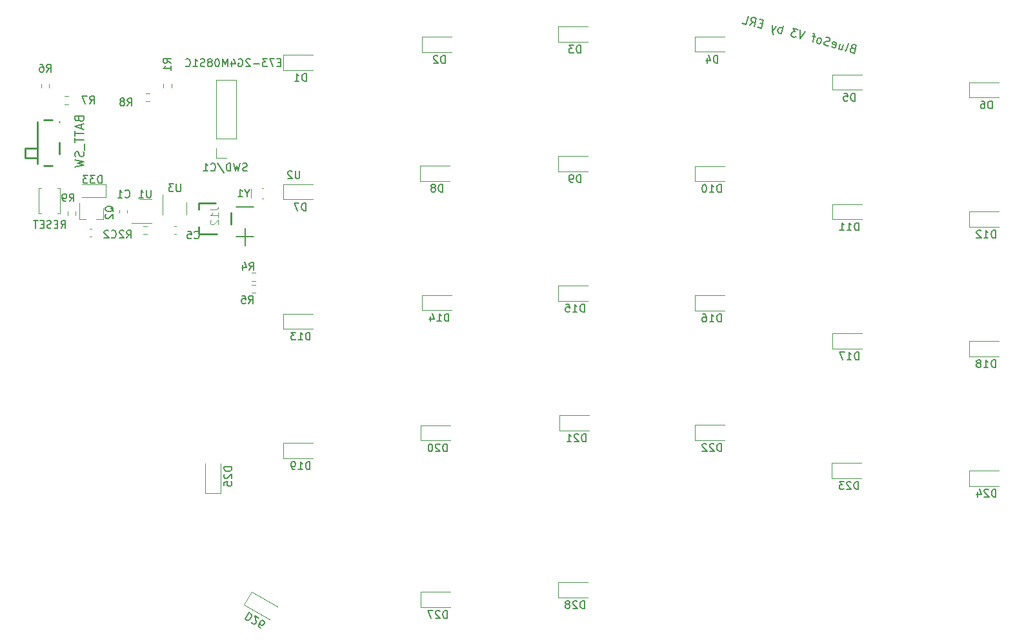
<source format=gbo>
G04 #@! TF.GenerationSoftware,KiCad,Pcbnew,(5.99.0-8557-g8988e46ab1)*
G04 #@! TF.CreationDate,2021-02-20T09:24:53-07:00*
G04 #@! TF.ProjectId,BlueSof,426c7565-536f-4662-9e6b-696361645f70,rev?*
G04 #@! TF.SameCoordinates,PX85099e0PY51bada0*
G04 #@! TF.FileFunction,Legend,Bot*
G04 #@! TF.FilePolarity,Positive*
%FSLAX46Y46*%
G04 Gerber Fmt 4.6, Leading zero omitted, Abs format (unit mm)*
G04 Created by KiCad (PCBNEW (5.99.0-8557-g8988e46ab1)) date 2021-02-20 09:24:53*
%MOMM*%
%LPD*%
G01*
G04 APERTURE LIST*
%ADD10C,0.200000*%
%ADD11C,0.150000*%
%ADD12C,0.015000*%
%ADD13C,0.152000*%
%ADD14C,0.120000*%
%ADD15C,0.254000*%
G04 APERTURE END LIST*
D10*
X54452003Y38218560D02*
X54286657Y38208635D01*
X54222504Y38171596D01*
X54144794Y38083961D01*
X54104122Y37932173D01*
X54127604Y37817424D01*
X54164643Y37753270D01*
X54252278Y37675560D01*
X54657047Y37567102D01*
X54941748Y38629621D01*
X54587575Y38724521D01*
X54472825Y38701039D01*
X54408672Y38664000D01*
X54330962Y38576365D01*
X54303847Y38475173D01*
X54327329Y38360424D01*
X54364368Y38296270D01*
X54452003Y38218560D01*
X54806176Y38123660D01*
X53442740Y37892475D02*
X53557489Y37915957D01*
X53635200Y38003592D01*
X53879229Y38914322D01*
X52772407Y38831293D02*
X52582606Y38122947D01*
X53227772Y38709278D02*
X53078643Y38152721D01*
X53000932Y38065086D01*
X52886183Y38041604D01*
X52734394Y38082275D01*
X52646759Y38159986D01*
X52609720Y38224139D01*
X51685433Y38417573D02*
X51773068Y38339862D01*
X51975453Y38285633D01*
X52090202Y38309115D01*
X52167913Y38396750D01*
X52276370Y38801519D01*
X52252888Y38916268D01*
X52165253Y38993979D01*
X51962869Y39048208D01*
X51848119Y39024726D01*
X51770409Y38937091D01*
X51743295Y38835899D01*
X52222141Y38599135D01*
X51230068Y38539587D02*
X51064723Y38529663D01*
X50811742Y38597449D01*
X50724107Y38675159D01*
X50687068Y38739312D01*
X50663586Y38854062D01*
X50690701Y38955254D01*
X50768411Y39042889D01*
X50832564Y39079928D01*
X50947314Y39103410D01*
X51163256Y39099777D01*
X51278005Y39123259D01*
X51342158Y39160298D01*
X51419869Y39247933D01*
X51446983Y39349125D01*
X51423501Y39463874D01*
X51386462Y39528028D01*
X51298827Y39605738D01*
X51045847Y39673524D01*
X50880501Y39663600D01*
X50002204Y38814364D02*
X50116954Y38837845D01*
X50181107Y38874884D01*
X50258817Y38962519D01*
X50340161Y39266096D01*
X50316679Y39380845D01*
X50279640Y39444999D01*
X50192005Y39522709D01*
X50040216Y39563381D01*
X49925467Y39539899D01*
X49861314Y39502860D01*
X49783603Y39415225D01*
X49702260Y39111648D01*
X49725742Y38996899D01*
X49762781Y38932746D01*
X49850416Y38855035D01*
X50002204Y38814364D01*
X49534255Y39698953D02*
X49129486Y39807410D01*
X49192666Y39031279D02*
X49436696Y39942009D01*
X49413214Y40056758D01*
X49325579Y40134469D01*
X49224387Y40161583D01*
X48212464Y40432727D02*
X47573591Y39465109D01*
X47504119Y40622527D01*
X47251138Y40690313D02*
X46593389Y40866557D01*
X46839104Y40366888D01*
X46687316Y40407559D01*
X46572566Y40384077D01*
X46508413Y40347038D01*
X46430702Y40259403D01*
X46362917Y40006423D01*
X46386398Y39891673D01*
X46423437Y39827520D01*
X46511072Y39749810D01*
X46814649Y39668466D01*
X46929398Y39691948D01*
X46993552Y39728987D01*
X45043785Y40142968D02*
X45328486Y41205486D01*
X45220028Y40800718D02*
X45132393Y40878428D01*
X44930009Y40932657D01*
X44815259Y40909175D01*
X44751106Y40872136D01*
X44673396Y40784501D01*
X44592053Y40480924D01*
X44615534Y40366175D01*
X44652573Y40302022D01*
X44740208Y40224311D01*
X44942593Y40170082D01*
X45057342Y40193564D01*
X44373452Y41081786D02*
X43930670Y40441226D01*
X43867490Y41217358D02*
X43930670Y40441226D01*
X43964077Y40161131D01*
X44001116Y40096978D01*
X44088751Y40019267D01*
X42612512Y41390942D02*
X42258339Y41485842D01*
X41957422Y40969957D02*
X42463383Y40834385D01*
X42748084Y41896903D01*
X42242123Y42032475D01*
X40894904Y41254657D02*
X41384648Y41665718D01*
X41502057Y41091971D02*
X41786758Y42154490D01*
X41381989Y42262947D01*
X41267240Y42239465D01*
X41203086Y42202426D01*
X41125376Y42114791D01*
X41084704Y41963003D01*
X41108186Y41848254D01*
X41145225Y41784100D01*
X41232860Y41706390D01*
X41637629Y41597932D01*
X39933577Y41512244D02*
X40439538Y41376672D01*
X40724239Y42439191D01*
D11*
X-25285715Y14592858D02*
X-25285715Y12307143D01*
X-24142858Y13450000D02*
X-26428572Y13450000D01*
X-26442858Y17364286D02*
X-24157143Y17364286D01*
X938095Y36247620D02*
X938095Y37247620D01*
X700000Y37247620D01*
X557142Y37200000D01*
X461904Y37104762D01*
X414285Y37009524D01*
X366666Y36819048D01*
X366666Y36676191D01*
X414285Y36485715D01*
X461904Y36390477D01*
X557142Y36295239D01*
X700000Y36247620D01*
X938095Y36247620D01*
X-14286Y37152381D02*
X-61905Y37200000D01*
X-157143Y37247620D01*
X-395239Y37247620D01*
X-490477Y37200000D01*
X-538096Y37152381D01*
X-585715Y37057143D01*
X-585715Y36961905D01*
X-538096Y36819048D01*
X33333Y36247620D01*
X-585715Y36247620D01*
X18738095Y37597620D02*
X18738095Y38597620D01*
X18500000Y38597620D01*
X18357142Y38550000D01*
X18261904Y38454762D01*
X18214285Y38359524D01*
X18166666Y38169048D01*
X18166666Y38026191D01*
X18214285Y37835715D01*
X18261904Y37740477D01*
X18357142Y37645239D01*
X18500000Y37597620D01*
X18738095Y37597620D01*
X17833333Y38597620D02*
X17214285Y38597620D01*
X17547619Y38216667D01*
X17404761Y38216667D01*
X17309523Y38169048D01*
X17261904Y38121429D01*
X17214285Y38026191D01*
X17214285Y37788096D01*
X17261904Y37692858D01*
X17309523Y37645239D01*
X17404761Y37597620D01*
X17690476Y37597620D01*
X17785714Y37645239D01*
X17833333Y37692858D01*
X36738095Y36297620D02*
X36738095Y37297620D01*
X36500000Y37297620D01*
X36357142Y37250000D01*
X36261904Y37154762D01*
X36214285Y37059524D01*
X36166666Y36869048D01*
X36166666Y36726191D01*
X36214285Y36535715D01*
X36261904Y36440477D01*
X36357142Y36345239D01*
X36500000Y36297620D01*
X36738095Y36297620D01*
X35309523Y36964286D02*
X35309523Y36297620D01*
X35547619Y37345239D02*
X35785714Y36630953D01*
X35166666Y36630953D01*
X54738095Y31297620D02*
X54738095Y32297620D01*
X54500000Y32297620D01*
X54357142Y32250000D01*
X54261904Y32154762D01*
X54214285Y32059524D01*
X54166666Y31869048D01*
X54166666Y31726191D01*
X54214285Y31535715D01*
X54261904Y31440477D01*
X54357142Y31345239D01*
X54500000Y31297620D01*
X54738095Y31297620D01*
X53261904Y32297620D02*
X53738095Y32297620D01*
X53785714Y31821429D01*
X53738095Y31869048D01*
X53642857Y31916667D01*
X53404761Y31916667D01*
X53309523Y31869048D01*
X53261904Y31821429D01*
X53214285Y31726191D01*
X53214285Y31488096D01*
X53261904Y31392858D01*
X53309523Y31345239D01*
X53404761Y31297620D01*
X53642857Y31297620D01*
X53738095Y31345239D01*
X53785714Y31392858D01*
X72738095Y30297620D02*
X72738095Y31297620D01*
X72500000Y31297620D01*
X72357142Y31250000D01*
X72261904Y31154762D01*
X72214285Y31059524D01*
X72166666Y30869048D01*
X72166666Y30726191D01*
X72214285Y30535715D01*
X72261904Y30440477D01*
X72357142Y30345239D01*
X72500000Y30297620D01*
X72738095Y30297620D01*
X71309523Y31297620D02*
X71500000Y31297620D01*
X71595238Y31250000D01*
X71642857Y31202381D01*
X71738095Y31059524D01*
X71785714Y30869048D01*
X71785714Y30488096D01*
X71738095Y30392858D01*
X71690476Y30345239D01*
X71595238Y30297620D01*
X71404761Y30297620D01*
X71309523Y30345239D01*
X71261904Y30392858D01*
X71214285Y30488096D01*
X71214285Y30726191D01*
X71261904Y30821429D01*
X71309523Y30869048D01*
X71404761Y30916667D01*
X71595238Y30916667D01*
X71690476Y30869048D01*
X71738095Y30821429D01*
X71785714Y30726191D01*
X-17311905Y16897620D02*
X-17311905Y17897620D01*
X-17550000Y17897620D01*
X-17692858Y17850000D01*
X-17788096Y17754762D01*
X-17835715Y17659524D01*
X-17883334Y17469048D01*
X-17883334Y17326191D01*
X-17835715Y17135715D01*
X-17788096Y17040477D01*
X-17692858Y16945239D01*
X-17550000Y16897620D01*
X-17311905Y16897620D01*
X-18216667Y17897620D02*
X-18883334Y17897620D01*
X-18454762Y16897620D01*
X638095Y19347620D02*
X638095Y20347620D01*
X400000Y20347620D01*
X257142Y20300000D01*
X161904Y20204762D01*
X114285Y20109524D01*
X66666Y19919048D01*
X66666Y19776191D01*
X114285Y19585715D01*
X161904Y19490477D01*
X257142Y19395239D01*
X400000Y19347620D01*
X638095Y19347620D01*
X-504762Y19919048D02*
X-409524Y19966667D01*
X-361905Y20014286D01*
X-314286Y20109524D01*
X-314286Y20157143D01*
X-361905Y20252381D01*
X-409524Y20300000D01*
X-504762Y20347620D01*
X-695239Y20347620D01*
X-790477Y20300000D01*
X-838096Y20252381D01*
X-885715Y20157143D01*
X-885715Y20109524D01*
X-838096Y20014286D01*
X-790477Y19966667D01*
X-695239Y19919048D01*
X-504762Y19919048D01*
X-409524Y19871429D01*
X-361905Y19823810D01*
X-314286Y19728572D01*
X-314286Y19538096D01*
X-361905Y19442858D01*
X-409524Y19395239D01*
X-504762Y19347620D01*
X-695239Y19347620D01*
X-790477Y19395239D01*
X-838096Y19442858D01*
X-885715Y19538096D01*
X-885715Y19728572D01*
X-838096Y19823810D01*
X-790477Y19871429D01*
X-695239Y19919048D01*
X18738095Y20597620D02*
X18738095Y21597620D01*
X18500000Y21597620D01*
X18357142Y21550000D01*
X18261904Y21454762D01*
X18214285Y21359524D01*
X18166666Y21169048D01*
X18166666Y21026191D01*
X18214285Y20835715D01*
X18261904Y20740477D01*
X18357142Y20645239D01*
X18500000Y20597620D01*
X18738095Y20597620D01*
X17690476Y20597620D02*
X17500000Y20597620D01*
X17404761Y20645239D01*
X17357142Y20692858D01*
X17261904Y20835715D01*
X17214285Y21026191D01*
X17214285Y21407143D01*
X17261904Y21502381D01*
X17309523Y21550000D01*
X17404761Y21597620D01*
X17595238Y21597620D01*
X17690476Y21550000D01*
X17738095Y21502381D01*
X17785714Y21407143D01*
X17785714Y21169048D01*
X17738095Y21073810D01*
X17690476Y21026191D01*
X17595238Y20978572D01*
X17404761Y20978572D01*
X17309523Y21026191D01*
X17261904Y21073810D01*
X17214285Y21169048D01*
X37164285Y19297620D02*
X37164285Y20297620D01*
X36926190Y20297620D01*
X36783333Y20250000D01*
X36688095Y20154762D01*
X36640476Y20059524D01*
X36592857Y19869048D01*
X36592857Y19726191D01*
X36640476Y19535715D01*
X36688095Y19440477D01*
X36783333Y19345239D01*
X36926190Y19297620D01*
X37164285Y19297620D01*
X35640476Y19297620D02*
X36211904Y19297620D01*
X35926190Y19297620D02*
X35926190Y20297620D01*
X36021428Y20154762D01*
X36116666Y20059524D01*
X36211904Y20011905D01*
X35021428Y20297620D02*
X34926190Y20297620D01*
X34830952Y20250000D01*
X34783333Y20202381D01*
X34735714Y20107143D01*
X34688095Y19916667D01*
X34688095Y19678572D01*
X34735714Y19488096D01*
X34783333Y19392858D01*
X34830952Y19345239D01*
X34926190Y19297620D01*
X35021428Y19297620D01*
X35116666Y19345239D01*
X35164285Y19392858D01*
X35211904Y19488096D01*
X35259523Y19678572D01*
X35259523Y19916667D01*
X35211904Y20107143D01*
X35164285Y20202381D01*
X35116666Y20250000D01*
X35021428Y20297620D01*
X55214285Y14297620D02*
X55214285Y15297620D01*
X54976190Y15297620D01*
X54833333Y15250000D01*
X54738095Y15154762D01*
X54690476Y15059524D01*
X54642857Y14869048D01*
X54642857Y14726191D01*
X54690476Y14535715D01*
X54738095Y14440477D01*
X54833333Y14345239D01*
X54976190Y14297620D01*
X55214285Y14297620D01*
X53690476Y14297620D02*
X54261904Y14297620D01*
X53976190Y14297620D02*
X53976190Y15297620D01*
X54071428Y15154762D01*
X54166666Y15059524D01*
X54261904Y15011905D01*
X52738095Y14297620D02*
X53309523Y14297620D01*
X53023809Y14297620D02*
X53023809Y15297620D01*
X53119047Y15154762D01*
X53214285Y15059524D01*
X53309523Y15011905D01*
X73164285Y13297620D02*
X73164285Y14297620D01*
X72926190Y14297620D01*
X72783333Y14250000D01*
X72688095Y14154762D01*
X72640476Y14059524D01*
X72592857Y13869048D01*
X72592857Y13726191D01*
X72640476Y13535715D01*
X72688095Y13440477D01*
X72783333Y13345239D01*
X72926190Y13297620D01*
X73164285Y13297620D01*
X71640476Y13297620D02*
X72211904Y13297620D01*
X71926190Y13297620D02*
X71926190Y14297620D01*
X72021428Y14154762D01*
X72116666Y14059524D01*
X72211904Y14011905D01*
X71259523Y14202381D02*
X71211904Y14250000D01*
X71116666Y14297620D01*
X70878571Y14297620D01*
X70783333Y14250000D01*
X70735714Y14202381D01*
X70688095Y14107143D01*
X70688095Y14011905D01*
X70735714Y13869048D01*
X71307142Y13297620D01*
X70688095Y13297620D01*
X1414285Y2347620D02*
X1414285Y3347620D01*
X1176190Y3347620D01*
X1033333Y3300000D01*
X938095Y3204762D01*
X890476Y3109524D01*
X842857Y2919048D01*
X842857Y2776191D01*
X890476Y2585715D01*
X938095Y2490477D01*
X1033333Y2395239D01*
X1176190Y2347620D01*
X1414285Y2347620D01*
X-109524Y2347620D02*
X461904Y2347620D01*
X176190Y2347620D02*
X176190Y3347620D01*
X271428Y3204762D01*
X366666Y3109524D01*
X461904Y3061905D01*
X-966667Y3014286D02*
X-966667Y2347620D01*
X-728572Y3395239D02*
X-490477Y2680953D01*
X-1109524Y2680953D01*
X19214285Y3597620D02*
X19214285Y4597620D01*
X18976190Y4597620D01*
X18833333Y4550000D01*
X18738095Y4454762D01*
X18690476Y4359524D01*
X18642857Y4169048D01*
X18642857Y4026191D01*
X18690476Y3835715D01*
X18738095Y3740477D01*
X18833333Y3645239D01*
X18976190Y3597620D01*
X19214285Y3597620D01*
X17690476Y3597620D02*
X18261904Y3597620D01*
X17976190Y3597620D02*
X17976190Y4597620D01*
X18071428Y4454762D01*
X18166666Y4359524D01*
X18261904Y4311905D01*
X16785714Y4597620D02*
X17261904Y4597620D01*
X17309523Y4121429D01*
X17261904Y4169048D01*
X17166666Y4216667D01*
X16928571Y4216667D01*
X16833333Y4169048D01*
X16785714Y4121429D01*
X16738095Y4026191D01*
X16738095Y3788096D01*
X16785714Y3692858D01*
X16833333Y3645239D01*
X16928571Y3597620D01*
X17166666Y3597620D01*
X17261904Y3645239D01*
X17309523Y3692858D01*
X37164285Y2297620D02*
X37164285Y3297620D01*
X36926190Y3297620D01*
X36783333Y3250000D01*
X36688095Y3154762D01*
X36640476Y3059524D01*
X36592857Y2869048D01*
X36592857Y2726191D01*
X36640476Y2535715D01*
X36688095Y2440477D01*
X36783333Y2345239D01*
X36926190Y2297620D01*
X37164285Y2297620D01*
X35640476Y2297620D02*
X36211904Y2297620D01*
X35926190Y2297620D02*
X35926190Y3297620D01*
X36021428Y3154762D01*
X36116666Y3059524D01*
X36211904Y3011905D01*
X34783333Y3297620D02*
X34973809Y3297620D01*
X35069047Y3250000D01*
X35116666Y3202381D01*
X35211904Y3059524D01*
X35259523Y2869048D01*
X35259523Y2488096D01*
X35211904Y2392858D01*
X35164285Y2345239D01*
X35069047Y2297620D01*
X34878571Y2297620D01*
X34783333Y2345239D01*
X34735714Y2392858D01*
X34688095Y2488096D01*
X34688095Y2726191D01*
X34735714Y2821429D01*
X34783333Y2869048D01*
X34878571Y2916667D01*
X35069047Y2916667D01*
X35164285Y2869048D01*
X35211904Y2821429D01*
X35259523Y2726191D01*
X55214285Y-2702380D02*
X55214285Y-1702380D01*
X54976190Y-1702380D01*
X54833333Y-1750000D01*
X54738095Y-1845238D01*
X54690476Y-1940476D01*
X54642857Y-2130952D01*
X54642857Y-2273809D01*
X54690476Y-2464285D01*
X54738095Y-2559523D01*
X54833333Y-2654761D01*
X54976190Y-2702380D01*
X55214285Y-2702380D01*
X53690476Y-2702380D02*
X54261904Y-2702380D01*
X53976190Y-2702380D02*
X53976190Y-1702380D01*
X54071428Y-1845238D01*
X54166666Y-1940476D01*
X54261904Y-1988095D01*
X53357142Y-1702380D02*
X52690476Y-1702380D01*
X53119047Y-2702380D01*
X73164285Y-3702380D02*
X73164285Y-2702380D01*
X72926190Y-2702380D01*
X72783333Y-2750000D01*
X72688095Y-2845238D01*
X72640476Y-2940476D01*
X72592857Y-3130952D01*
X72592857Y-3273809D01*
X72640476Y-3464285D01*
X72688095Y-3559523D01*
X72783333Y-3654761D01*
X72926190Y-3702380D01*
X73164285Y-3702380D01*
X71640476Y-3702380D02*
X72211904Y-3702380D01*
X71926190Y-3702380D02*
X71926190Y-2702380D01*
X72021428Y-2845238D01*
X72116666Y-2940476D01*
X72211904Y-2988095D01*
X71069047Y-3130952D02*
X71164285Y-3083333D01*
X71211904Y-3035714D01*
X71259523Y-2940476D01*
X71259523Y-2892857D01*
X71211904Y-2797619D01*
X71164285Y-2750000D01*
X71069047Y-2702380D01*
X70878571Y-2702380D01*
X70783333Y-2750000D01*
X70735714Y-2797619D01*
X70688095Y-2892857D01*
X70688095Y-2940476D01*
X70735714Y-3035714D01*
X70783333Y-3083333D01*
X70878571Y-3130952D01*
X71069047Y-3130952D01*
X71164285Y-3178571D01*
X71211904Y-3226190D01*
X71259523Y-3321428D01*
X71259523Y-3511904D01*
X71211904Y-3607142D01*
X71164285Y-3654761D01*
X71069047Y-3702380D01*
X70878571Y-3702380D01*
X70783333Y-3654761D01*
X70735714Y-3607142D01*
X70688095Y-3511904D01*
X70688095Y-3321428D01*
X70735714Y-3226190D01*
X70783333Y-3178571D01*
X70878571Y-3130952D01*
X-16785715Y-17102380D02*
X-16785715Y-16102380D01*
X-17023810Y-16102380D01*
X-17166667Y-16150000D01*
X-17261905Y-16245238D01*
X-17309524Y-16340476D01*
X-17357143Y-16530952D01*
X-17357143Y-16673809D01*
X-17309524Y-16864285D01*
X-17261905Y-16959523D01*
X-17166667Y-17054761D01*
X-17023810Y-17102380D01*
X-16785715Y-17102380D01*
X-18309524Y-17102380D02*
X-17738096Y-17102380D01*
X-18023810Y-17102380D02*
X-18023810Y-16102380D01*
X-17928572Y-16245238D01*
X-17833334Y-16340476D01*
X-17738096Y-16388095D01*
X-18785715Y-17102380D02*
X-18976191Y-17102380D01*
X-19071429Y-17054761D01*
X-19119048Y-17007142D01*
X-19214286Y-16864285D01*
X-19261905Y-16673809D01*
X-19261905Y-16292857D01*
X-19214286Y-16197619D01*
X-19166667Y-16150000D01*
X-19071429Y-16102380D01*
X-18880953Y-16102380D01*
X-18785715Y-16150000D01*
X-18738096Y-16197619D01*
X-18690477Y-16292857D01*
X-18690477Y-16530952D01*
X-18738096Y-16626190D01*
X-18785715Y-16673809D01*
X-18880953Y-16721428D01*
X-19071429Y-16721428D01*
X-19166667Y-16673809D01*
X-19214286Y-16626190D01*
X-19261905Y-16530952D01*
X1214285Y-14752380D02*
X1214285Y-13752380D01*
X976190Y-13752380D01*
X833333Y-13800000D01*
X738095Y-13895238D01*
X690476Y-13990476D01*
X642857Y-14180952D01*
X642857Y-14323809D01*
X690476Y-14514285D01*
X738095Y-14609523D01*
X833333Y-14704761D01*
X976190Y-14752380D01*
X1214285Y-14752380D01*
X261904Y-13847619D02*
X214285Y-13800000D01*
X119047Y-13752380D01*
X-119048Y-13752380D01*
X-214286Y-13800000D01*
X-261905Y-13847619D01*
X-309524Y-13942857D01*
X-309524Y-14038095D01*
X-261905Y-14180952D01*
X309523Y-14752380D01*
X-309524Y-14752380D01*
X-928572Y-13752380D02*
X-1023810Y-13752380D01*
X-1119048Y-13800000D01*
X-1166667Y-13847619D01*
X-1214286Y-13942857D01*
X-1261905Y-14133333D01*
X-1261905Y-14371428D01*
X-1214286Y-14561904D01*
X-1166667Y-14657142D01*
X-1119048Y-14704761D01*
X-1023810Y-14752380D01*
X-928572Y-14752380D01*
X-833334Y-14704761D01*
X-785715Y-14657142D01*
X-738096Y-14561904D01*
X-690477Y-14371428D01*
X-690477Y-14133333D01*
X-738096Y-13942857D01*
X-785715Y-13847619D01*
X-833334Y-13800000D01*
X-928572Y-13752380D01*
X19414285Y-13452380D02*
X19414285Y-12452380D01*
X19176190Y-12452380D01*
X19033333Y-12500000D01*
X18938095Y-12595238D01*
X18890476Y-12690476D01*
X18842857Y-12880952D01*
X18842857Y-13023809D01*
X18890476Y-13214285D01*
X18938095Y-13309523D01*
X19033333Y-13404761D01*
X19176190Y-13452380D01*
X19414285Y-13452380D01*
X18461904Y-12547619D02*
X18414285Y-12500000D01*
X18319047Y-12452380D01*
X18080952Y-12452380D01*
X17985714Y-12500000D01*
X17938095Y-12547619D01*
X17890476Y-12642857D01*
X17890476Y-12738095D01*
X17938095Y-12880952D01*
X18509523Y-13452380D01*
X17890476Y-13452380D01*
X16938095Y-13452380D02*
X17509523Y-13452380D01*
X17223809Y-13452380D02*
X17223809Y-12452380D01*
X17319047Y-12595238D01*
X17414285Y-12690476D01*
X17509523Y-12738095D01*
X37164285Y-14702380D02*
X37164285Y-13702380D01*
X36926190Y-13702380D01*
X36783333Y-13750000D01*
X36688095Y-13845238D01*
X36640476Y-13940476D01*
X36592857Y-14130952D01*
X36592857Y-14273809D01*
X36640476Y-14464285D01*
X36688095Y-14559523D01*
X36783333Y-14654761D01*
X36926190Y-14702380D01*
X37164285Y-14702380D01*
X36211904Y-13797619D02*
X36164285Y-13750000D01*
X36069047Y-13702380D01*
X35830952Y-13702380D01*
X35735714Y-13750000D01*
X35688095Y-13797619D01*
X35640476Y-13892857D01*
X35640476Y-13988095D01*
X35688095Y-14130952D01*
X36259523Y-14702380D01*
X35640476Y-14702380D01*
X35259523Y-13797619D02*
X35211904Y-13750000D01*
X35116666Y-13702380D01*
X34878571Y-13702380D01*
X34783333Y-13750000D01*
X34735714Y-13797619D01*
X34688095Y-13892857D01*
X34688095Y-13988095D01*
X34735714Y-14130952D01*
X35307142Y-14702380D01*
X34688095Y-14702380D01*
X55164285Y-19702380D02*
X55164285Y-18702380D01*
X54926190Y-18702380D01*
X54783333Y-18750000D01*
X54688095Y-18845238D01*
X54640476Y-18940476D01*
X54592857Y-19130952D01*
X54592857Y-19273809D01*
X54640476Y-19464285D01*
X54688095Y-19559523D01*
X54783333Y-19654761D01*
X54926190Y-19702380D01*
X55164285Y-19702380D01*
X54211904Y-18797619D02*
X54164285Y-18750000D01*
X54069047Y-18702380D01*
X53830952Y-18702380D01*
X53735714Y-18750000D01*
X53688095Y-18797619D01*
X53640476Y-18892857D01*
X53640476Y-18988095D01*
X53688095Y-19130952D01*
X54259523Y-19702380D01*
X53640476Y-19702380D01*
X53307142Y-18702380D02*
X52688095Y-18702380D01*
X53021428Y-19083333D01*
X52878571Y-19083333D01*
X52783333Y-19130952D01*
X52735714Y-19178571D01*
X52688095Y-19273809D01*
X52688095Y-19511904D01*
X52735714Y-19607142D01*
X52783333Y-19654761D01*
X52878571Y-19702380D01*
X53164285Y-19702380D01*
X53259523Y-19654761D01*
X53307142Y-19607142D01*
X73214285Y-20702380D02*
X73214285Y-19702380D01*
X72976190Y-19702380D01*
X72833333Y-19750000D01*
X72738095Y-19845238D01*
X72690476Y-19940476D01*
X72642857Y-20130952D01*
X72642857Y-20273809D01*
X72690476Y-20464285D01*
X72738095Y-20559523D01*
X72833333Y-20654761D01*
X72976190Y-20702380D01*
X73214285Y-20702380D01*
X72261904Y-19797619D02*
X72214285Y-19750000D01*
X72119047Y-19702380D01*
X71880952Y-19702380D01*
X71785714Y-19750000D01*
X71738095Y-19797619D01*
X71690476Y-19892857D01*
X71690476Y-19988095D01*
X71738095Y-20130952D01*
X72309523Y-20702380D01*
X71690476Y-20702380D01*
X70833333Y-20035714D02*
X70833333Y-20702380D01*
X71071428Y-19654761D02*
X71309523Y-20369047D01*
X70690476Y-20369047D01*
X-16785715Y-102380D02*
X-16785715Y897620D01*
X-17023810Y897620D01*
X-17166667Y850000D01*
X-17261905Y754762D01*
X-17309524Y659524D01*
X-17357143Y469048D01*
X-17357143Y326191D01*
X-17309524Y135715D01*
X-17261905Y40477D01*
X-17166667Y-54761D01*
X-17023810Y-102380D01*
X-16785715Y-102380D01*
X-18309524Y-102380D02*
X-17738096Y-102380D01*
X-18023810Y-102380D02*
X-18023810Y897620D01*
X-17928572Y754762D01*
X-17833334Y659524D01*
X-17738096Y611905D01*
X-18642858Y897620D02*
X-19261905Y897620D01*
X-18928572Y516667D01*
X-19071429Y516667D01*
X-19166667Y469048D01*
X-19214286Y421429D01*
X-19261905Y326191D01*
X-19261905Y88096D01*
X-19214286Y-7142D01*
X-19166667Y-54761D01*
X-19071429Y-102380D01*
X-18785715Y-102380D01*
X-18690477Y-54761D01*
X-18642858Y-7142D01*
X1214285Y-36652380D02*
X1214285Y-35652380D01*
X976190Y-35652380D01*
X833333Y-35700000D01*
X738095Y-35795238D01*
X690476Y-35890476D01*
X642857Y-36080952D01*
X642857Y-36223809D01*
X690476Y-36414285D01*
X738095Y-36509523D01*
X833333Y-36604761D01*
X976190Y-36652380D01*
X1214285Y-36652380D01*
X261904Y-35747619D02*
X214285Y-35700000D01*
X119047Y-35652380D01*
X-119048Y-35652380D01*
X-214286Y-35700000D01*
X-261905Y-35747619D01*
X-309524Y-35842857D01*
X-309524Y-35938095D01*
X-261905Y-36080952D01*
X309523Y-36652380D01*
X-309524Y-36652380D01*
X-642858Y-35652380D02*
X-1309524Y-35652380D01*
X-880953Y-36652380D01*
X-24797655Y-35883134D02*
X-25297655Y-36749160D01*
X-25091459Y-36868207D01*
X-24943931Y-36898397D01*
X-24813834Y-36863537D01*
X-24724975Y-36804868D01*
X-24588498Y-36663720D01*
X-24517069Y-36540002D01*
X-24463071Y-36351236D01*
X-24456691Y-36244947D01*
X-24491550Y-36114850D01*
X-24591459Y-36002182D01*
X-24797655Y-35883134D01*
X-24425250Y-37142872D02*
X-24407820Y-37207920D01*
X-24349151Y-37296779D01*
X-24142955Y-37415826D01*
X-24036667Y-37422206D01*
X-23971618Y-37404776D01*
X-23882759Y-37346107D01*
X-23835140Y-37263629D01*
X-23804951Y-37116101D01*
X-24014109Y-36335515D01*
X-23477998Y-36645039D01*
X-23235690Y-37939636D02*
X-23400647Y-37844398D01*
X-23459316Y-37755539D01*
X-23476746Y-37690491D01*
X-23487796Y-37519154D01*
X-23433797Y-37330387D01*
X-23243321Y-37000472D01*
X-23154463Y-36941803D01*
X-23089414Y-36924374D01*
X-22983126Y-36930753D01*
X-22818169Y-37025991D01*
X-22759500Y-37114850D01*
X-22742070Y-37179899D01*
X-22748450Y-37286187D01*
X-22867497Y-37492383D01*
X-22956356Y-37551052D01*
X-23021404Y-37568482D01*
X-23127692Y-37562102D01*
X-23292650Y-37466864D01*
X-23351319Y-37378006D01*
X-23368749Y-37312957D01*
X-23362369Y-37206669D01*
X-27047620Y-16785713D02*
X-28047620Y-16785713D01*
X-28047620Y-17023808D01*
X-28000000Y-17166665D01*
X-27904762Y-17261903D01*
X-27809524Y-17309522D01*
X-27619048Y-17357141D01*
X-27476191Y-17357141D01*
X-27285715Y-17309522D01*
X-27190477Y-17261903D01*
X-27095239Y-17166665D01*
X-27047620Y-17023808D01*
X-27047620Y-16785713D01*
X-27952381Y-17738094D02*
X-28000000Y-17785713D01*
X-28047620Y-17880951D01*
X-28047620Y-18119046D01*
X-28000000Y-18214284D01*
X-27952381Y-18261903D01*
X-27857143Y-18309522D01*
X-27761905Y-18309522D01*
X-27619048Y-18261903D01*
X-27047620Y-17690475D01*
X-27047620Y-18309522D01*
X-28047620Y-19214284D02*
X-28047620Y-18738094D01*
X-27571429Y-18690475D01*
X-27619048Y-18738094D01*
X-27666667Y-18833332D01*
X-27666667Y-19071427D01*
X-27619048Y-19166665D01*
X-27571429Y-19214284D01*
X-27476191Y-19261903D01*
X-27238096Y-19261903D01*
X-27142858Y-19214284D01*
X-27095239Y-19166665D01*
X-27047620Y-19071427D01*
X-27047620Y-18833332D01*
X-27095239Y-18738094D01*
X-27142858Y-18690475D01*
X-17261905Y33897620D02*
X-17261905Y34897620D01*
X-17500000Y34897620D01*
X-17642858Y34850000D01*
X-17738096Y34754762D01*
X-17785715Y34659524D01*
X-17833334Y34469048D01*
X-17833334Y34326191D01*
X-17785715Y34135715D01*
X-17738096Y34040477D01*
X-17642858Y33945239D01*
X-17500000Y33897620D01*
X-17261905Y33897620D01*
X-18785715Y33897620D02*
X-18214286Y33897620D01*
X-18500000Y33897620D02*
X-18500000Y34897620D01*
X-18404762Y34754762D01*
X-18309524Y34659524D01*
X-18214286Y34611905D01*
X19214285Y-35352380D02*
X19214285Y-34352380D01*
X18976190Y-34352380D01*
X18833333Y-34400000D01*
X18738095Y-34495238D01*
X18690476Y-34590476D01*
X18642857Y-34780952D01*
X18642857Y-34923809D01*
X18690476Y-35114285D01*
X18738095Y-35209523D01*
X18833333Y-35304761D01*
X18976190Y-35352380D01*
X19214285Y-35352380D01*
X18261904Y-34447619D02*
X18214285Y-34400000D01*
X18119047Y-34352380D01*
X17880952Y-34352380D01*
X17785714Y-34400000D01*
X17738095Y-34447619D01*
X17690476Y-34542857D01*
X17690476Y-34638095D01*
X17738095Y-34780952D01*
X18309523Y-35352380D01*
X17690476Y-35352380D01*
X17119047Y-34780952D02*
X17214285Y-34733333D01*
X17261904Y-34685714D01*
X17309523Y-34590476D01*
X17309523Y-34542857D01*
X17261904Y-34447619D01*
X17214285Y-34400000D01*
X17119047Y-34352380D01*
X16928571Y-34352380D01*
X16833333Y-34400000D01*
X16785714Y-34447619D01*
X16738095Y-34542857D01*
X16738095Y-34590476D01*
X16785714Y-34685714D01*
X16833333Y-34733333D01*
X16928571Y-34780952D01*
X17119047Y-34780952D01*
X17214285Y-34828571D01*
X17261904Y-34876190D01*
X17309523Y-34971428D01*
X17309523Y-35161904D01*
X17261904Y-35257142D01*
X17214285Y-35304761D01*
X17119047Y-35352380D01*
X16928571Y-35352380D01*
X16833333Y-35304761D01*
X16785714Y-35257142D01*
X16738095Y-35161904D01*
X16738095Y-34971428D01*
X16785714Y-34876190D01*
X16833333Y-34828571D01*
X16928571Y-34780952D01*
X-31933334Y13292858D02*
X-31885715Y13245239D01*
X-31742858Y13197620D01*
X-31647620Y13197620D01*
X-31504762Y13245239D01*
X-31409524Y13340477D01*
X-31361905Y13435715D01*
X-31314286Y13626191D01*
X-31314286Y13769048D01*
X-31361905Y13959524D01*
X-31409524Y14054762D01*
X-31504762Y14150000D01*
X-31647620Y14197620D01*
X-31742858Y14197620D01*
X-31885715Y14150000D01*
X-31933334Y14102381D01*
X-32838096Y14197620D02*
X-32361905Y14197620D01*
X-32314286Y13721429D01*
X-32361905Y13769048D01*
X-32457143Y13816667D01*
X-32695239Y13816667D01*
X-32790477Y13769048D01*
X-32838096Y13721429D01*
X-32885715Y13626191D01*
X-32885715Y13388096D01*
X-32838096Y13292858D01*
X-32790477Y13245239D01*
X-32695239Y13197620D01*
X-32457143Y13197620D01*
X-32361905Y13245239D01*
X-32314286Y13292858D01*
X-41033334Y18692858D02*
X-40985715Y18645239D01*
X-40842858Y18597620D01*
X-40747620Y18597620D01*
X-40604762Y18645239D01*
X-40509524Y18740477D01*
X-40461905Y18835715D01*
X-40414286Y19026191D01*
X-40414286Y19169048D01*
X-40461905Y19359524D01*
X-40509524Y19454762D01*
X-40604762Y19550000D01*
X-40747620Y19597620D01*
X-40842858Y19597620D01*
X-40985715Y19550000D01*
X-41033334Y19502381D01*
X-41985715Y18597620D02*
X-41414286Y18597620D01*
X-41700000Y18597620D02*
X-41700000Y19597620D01*
X-41604762Y19454762D01*
X-41509524Y19359524D01*
X-41414286Y19311905D01*
X-42833334Y13392858D02*
X-42785715Y13345239D01*
X-42642858Y13297620D01*
X-42547620Y13297620D01*
X-42404762Y13345239D01*
X-42309524Y13440477D01*
X-42261905Y13535715D01*
X-42214286Y13726191D01*
X-42214286Y13869048D01*
X-42261905Y14059524D01*
X-42309524Y14154762D01*
X-42404762Y14250000D01*
X-42547620Y14297620D01*
X-42642858Y14297620D01*
X-42785715Y14250000D01*
X-42833334Y14202381D01*
X-43214286Y14202381D02*
X-43261905Y14250000D01*
X-43357143Y14297620D01*
X-43595239Y14297620D01*
X-43690477Y14250000D01*
X-43738096Y14202381D01*
X-43785715Y14107143D01*
X-43785715Y14011905D01*
X-43738096Y13869048D01*
X-43166667Y13297620D01*
X-43785715Y13297620D01*
X-25042858Y22145239D02*
X-25185715Y22097620D01*
X-25423810Y22097620D01*
X-25519048Y22145239D01*
X-25566667Y22192858D01*
X-25614286Y22288096D01*
X-25614286Y22383334D01*
X-25566667Y22478572D01*
X-25519048Y22526191D01*
X-25423810Y22573810D01*
X-25233334Y22621429D01*
X-25138096Y22669048D01*
X-25090477Y22716667D01*
X-25042858Y22811905D01*
X-25042858Y22907143D01*
X-25090477Y23002381D01*
X-25138096Y23050000D01*
X-25233334Y23097620D01*
X-25471429Y23097620D01*
X-25614286Y23050000D01*
X-25947620Y23097620D02*
X-26185715Y22097620D01*
X-26376191Y22811905D01*
X-26566667Y22097620D01*
X-26804762Y23097620D01*
X-27185715Y22097620D02*
X-27185715Y23097620D01*
X-27423810Y23097620D01*
X-27566667Y23050000D01*
X-27661905Y22954762D01*
X-27709524Y22859524D01*
X-27757143Y22669048D01*
X-27757143Y22526191D01*
X-27709524Y22335715D01*
X-27661905Y22240477D01*
X-27566667Y22145239D01*
X-27423810Y22097620D01*
X-27185715Y22097620D01*
X-28900000Y23145239D02*
X-28042858Y21859524D01*
X-29804762Y22192858D02*
X-29757143Y22145239D01*
X-29614286Y22097620D01*
X-29519048Y22097620D01*
X-29376191Y22145239D01*
X-29280953Y22240477D01*
X-29233334Y22335715D01*
X-29185715Y22526191D01*
X-29185715Y22669048D01*
X-29233334Y22859524D01*
X-29280953Y22954762D01*
X-29376191Y23050000D01*
X-29519048Y23097620D01*
X-29614286Y23097620D01*
X-29757143Y23050000D01*
X-29804762Y23002381D01*
X-30757143Y22097620D02*
X-30185715Y22097620D01*
X-30471429Y22097620D02*
X-30471429Y23097620D01*
X-30376191Y22954762D01*
X-30280953Y22859524D01*
X-30185715Y22811905D01*
X-42552381Y16745239D02*
X-42600000Y16840477D01*
X-42695239Y16935715D01*
X-42838096Y17078572D01*
X-42885715Y17173810D01*
X-42885715Y17269048D01*
X-42647620Y17221429D02*
X-42695239Y17316667D01*
X-42790477Y17411905D01*
X-42980953Y17459524D01*
X-43314286Y17459524D01*
X-43504762Y17411905D01*
X-43600000Y17316667D01*
X-43647620Y17221429D01*
X-43647620Y17030953D01*
X-43600000Y16935715D01*
X-43504762Y16840477D01*
X-43314286Y16792858D01*
X-42980953Y16792858D01*
X-42790477Y16840477D01*
X-42695239Y16935715D01*
X-42647620Y17030953D01*
X-42647620Y17221429D01*
X-43552381Y16411905D02*
X-43600000Y16364286D01*
X-43647620Y16269048D01*
X-43647620Y16030953D01*
X-43600000Y15935715D01*
X-43552381Y15888096D01*
X-43457143Y15840477D01*
X-43361905Y15840477D01*
X-43219048Y15888096D01*
X-42647620Y16459524D01*
X-42647620Y15840477D01*
X-40833334Y13297620D02*
X-40500000Y13773810D01*
X-40261905Y13297620D02*
X-40261905Y14297620D01*
X-40642858Y14297620D01*
X-40738096Y14250000D01*
X-40785715Y14202381D01*
X-40833334Y14107143D01*
X-40833334Y13964286D01*
X-40785715Y13869048D01*
X-40738096Y13821429D01*
X-40642858Y13773810D01*
X-40261905Y13773810D01*
X-41214286Y14202381D02*
X-41261905Y14250000D01*
X-41357143Y14297620D01*
X-41595239Y14297620D01*
X-41690477Y14250000D01*
X-41738096Y14202381D01*
X-41785715Y14107143D01*
X-41785715Y14011905D01*
X-41738096Y13869048D01*
X-41166667Y13297620D01*
X-41785715Y13297620D01*
X-24733334Y9097620D02*
X-24400000Y9573810D01*
X-24161905Y9097620D02*
X-24161905Y10097620D01*
X-24542858Y10097620D01*
X-24638096Y10050000D01*
X-24685715Y10002381D01*
X-24733334Y9907143D01*
X-24733334Y9764286D01*
X-24685715Y9669048D01*
X-24638096Y9621429D01*
X-24542858Y9573810D01*
X-24161905Y9573810D01*
X-25590477Y9764286D02*
X-25590477Y9097620D01*
X-25352381Y10145239D02*
X-25114286Y9430953D01*
X-25733334Y9430953D01*
X-24833334Y4697620D02*
X-24500000Y5173810D01*
X-24261905Y4697620D02*
X-24261905Y5697620D01*
X-24642858Y5697620D01*
X-24738096Y5650000D01*
X-24785715Y5602381D01*
X-24833334Y5507143D01*
X-24833334Y5364286D01*
X-24785715Y5269048D01*
X-24738096Y5221429D01*
X-24642858Y5173810D01*
X-24261905Y5173810D01*
X-25738096Y5697620D02*
X-25261905Y5697620D01*
X-25214286Y5221429D01*
X-25261905Y5269048D01*
X-25357143Y5316667D01*
X-25595239Y5316667D01*
X-25690477Y5269048D01*
X-25738096Y5221429D01*
X-25785715Y5126191D01*
X-25785715Y4888096D01*
X-25738096Y4792858D01*
X-25690477Y4745239D01*
X-25595239Y4697620D01*
X-25357143Y4697620D01*
X-25261905Y4745239D01*
X-25214286Y4792858D01*
X-45683334Y30922620D02*
X-45350000Y31398810D01*
X-45111905Y30922620D02*
X-45111905Y31922620D01*
X-45492858Y31922620D01*
X-45588096Y31875000D01*
X-45635715Y31827381D01*
X-45683334Y31732143D01*
X-45683334Y31589286D01*
X-45635715Y31494048D01*
X-45588096Y31446429D01*
X-45492858Y31398810D01*
X-45111905Y31398810D01*
X-46016667Y31922620D02*
X-46683334Y31922620D01*
X-46254762Y30922620D01*
X-40733334Y30647620D02*
X-40400000Y31123810D01*
X-40161905Y30647620D02*
X-40161905Y31647620D01*
X-40542858Y31647620D01*
X-40638096Y31600000D01*
X-40685715Y31552381D01*
X-40733334Y31457143D01*
X-40733334Y31314286D01*
X-40685715Y31219048D01*
X-40638096Y31171429D01*
X-40542858Y31123810D01*
X-40161905Y31123810D01*
X-41304762Y31219048D02*
X-41209524Y31266667D01*
X-41161905Y31314286D01*
X-41114286Y31409524D01*
X-41114286Y31457143D01*
X-41161905Y31552381D01*
X-41209524Y31600000D01*
X-41304762Y31647620D01*
X-41495239Y31647620D01*
X-41590477Y31600000D01*
X-41638096Y31552381D01*
X-41685715Y31457143D01*
X-41685715Y31409524D01*
X-41638096Y31314286D01*
X-41590477Y31266667D01*
X-41495239Y31219048D01*
X-41304762Y31219048D01*
X-41209524Y31171429D01*
X-41161905Y31123810D01*
X-41114286Y31028572D01*
X-41114286Y30838096D01*
X-41161905Y30742858D01*
X-41209524Y30695239D01*
X-41304762Y30647620D01*
X-41495239Y30647620D01*
X-41590477Y30695239D01*
X-41638096Y30742858D01*
X-41685715Y30838096D01*
X-41685715Y31028572D01*
X-41638096Y31123810D01*
X-41590477Y31171429D01*
X-41495239Y31219048D01*
X-48333334Y18097620D02*
X-48000000Y18573810D01*
X-47761905Y18097620D02*
X-47761905Y19097620D01*
X-48142858Y19097620D01*
X-48238096Y19050000D01*
X-48285715Y19002381D01*
X-48333334Y18907143D01*
X-48333334Y18764286D01*
X-48285715Y18669048D01*
X-48238096Y18621429D01*
X-48142858Y18573810D01*
X-47761905Y18573810D01*
X-48809524Y18097620D02*
X-49000000Y18097620D01*
X-49095239Y18145239D01*
X-49142858Y18192858D01*
X-49238096Y18335715D01*
X-49285715Y18526191D01*
X-49285715Y18907143D01*
X-49238096Y19002381D01*
X-49190477Y19050000D01*
X-49095239Y19097620D01*
X-48904762Y19097620D01*
X-48809524Y19050000D01*
X-48761905Y19002381D01*
X-48714286Y18907143D01*
X-48714286Y18669048D01*
X-48761905Y18573810D01*
X-48809524Y18526191D01*
X-48904762Y18478572D01*
X-49095239Y18478572D01*
X-49190477Y18526191D01*
X-49238096Y18573810D01*
X-49285715Y18669048D01*
X-49447620Y14597620D02*
X-49114286Y15073810D01*
X-48876191Y14597620D02*
X-48876191Y15597620D01*
X-49257143Y15597620D01*
X-49352381Y15550000D01*
X-49400000Y15502381D01*
X-49447620Y15407143D01*
X-49447620Y15264286D01*
X-49400000Y15169048D01*
X-49352381Y15121429D01*
X-49257143Y15073810D01*
X-48876191Y15073810D01*
X-49876191Y15121429D02*
X-50209524Y15121429D01*
X-50352381Y14597620D02*
X-49876191Y14597620D01*
X-49876191Y15597620D01*
X-50352381Y15597620D01*
X-50733334Y14645239D02*
X-50876191Y14597620D01*
X-51114286Y14597620D01*
X-51209524Y14645239D01*
X-51257143Y14692858D01*
X-51304762Y14788096D01*
X-51304762Y14883334D01*
X-51257143Y14978572D01*
X-51209524Y15026191D01*
X-51114286Y15073810D01*
X-50923810Y15121429D01*
X-50828572Y15169048D01*
X-50780953Y15216667D01*
X-50733334Y15311905D01*
X-50733334Y15407143D01*
X-50780953Y15502381D01*
X-50828572Y15550000D01*
X-50923810Y15597620D01*
X-51161905Y15597620D01*
X-51304762Y15550000D01*
X-51733334Y15121429D02*
X-52066667Y15121429D01*
X-52209524Y14597620D02*
X-51733334Y14597620D01*
X-51733334Y15597620D01*
X-52209524Y15597620D01*
X-52495239Y15597620D02*
X-53066667Y15597620D01*
X-52780953Y14597620D02*
X-52780953Y15597620D01*
X-37638096Y19597620D02*
X-37638096Y18788096D01*
X-37685715Y18692858D01*
X-37733334Y18645239D01*
X-37828572Y18597620D01*
X-38019048Y18597620D01*
X-38114286Y18645239D01*
X-38161905Y18692858D01*
X-38209524Y18788096D01*
X-38209524Y19597620D01*
X-39209524Y18597620D02*
X-38638096Y18597620D01*
X-38923810Y18597620D02*
X-38923810Y19597620D01*
X-38828572Y19454762D01*
X-38733334Y19359524D01*
X-38638096Y19311905D01*
X-33738096Y20397620D02*
X-33738096Y19588096D01*
X-33785715Y19492858D01*
X-33833334Y19445239D01*
X-33928572Y19397620D01*
X-34119048Y19397620D01*
X-34214286Y19445239D01*
X-34261905Y19492858D01*
X-34309524Y19588096D01*
X-34309524Y20397620D01*
X-34690477Y20397620D02*
X-35309524Y20397620D01*
X-34976191Y20016667D01*
X-35119048Y20016667D01*
X-35214286Y19969048D01*
X-35261905Y19921429D01*
X-35309524Y19826191D01*
X-35309524Y19588096D01*
X-35261905Y19492858D01*
X-35214286Y19445239D01*
X-35119048Y19397620D01*
X-34833334Y19397620D01*
X-34738096Y19445239D01*
X-34690477Y19492858D01*
X-25023810Y19173810D02*
X-25023810Y18697620D01*
X-24690477Y19697620D02*
X-25023810Y19173810D01*
X-25357143Y19697620D01*
X-26214286Y18697620D02*
X-25642858Y18697620D01*
X-25928572Y18697620D02*
X-25928572Y19697620D01*
X-25833334Y19554762D01*
X-25738096Y19459524D01*
X-25642858Y19411905D01*
X-51333334Y35097620D02*
X-51000000Y35573810D01*
X-50761905Y35097620D02*
X-50761905Y36097620D01*
X-51142858Y36097620D01*
X-51238096Y36050000D01*
X-51285715Y36002381D01*
X-51333334Y35907143D01*
X-51333334Y35764286D01*
X-51285715Y35669048D01*
X-51238096Y35621429D01*
X-51142858Y35573810D01*
X-50761905Y35573810D01*
X-52190477Y36097620D02*
X-52000000Y36097620D01*
X-51904762Y36050000D01*
X-51857143Y36002381D01*
X-51761905Y35859524D01*
X-51714286Y35669048D01*
X-51714286Y35288096D01*
X-51761905Y35192858D01*
X-51809524Y35145239D01*
X-51904762Y35097620D01*
X-52095239Y35097620D01*
X-52190477Y35145239D01*
X-52238096Y35192858D01*
X-52285715Y35288096D01*
X-52285715Y35526191D01*
X-52238096Y35621429D01*
X-52190477Y35669048D01*
X-52095239Y35716667D01*
X-51904762Y35716667D01*
X-51809524Y35669048D01*
X-51761905Y35621429D01*
X-51714286Y35526191D01*
X-18138096Y22097620D02*
X-18138096Y21288096D01*
X-18185715Y21192858D01*
X-18233334Y21145239D01*
X-18328572Y21097620D01*
X-18519048Y21097620D01*
X-18614286Y21145239D01*
X-18661905Y21192858D01*
X-18709524Y21288096D01*
X-18709524Y22097620D01*
X-19138096Y22002381D02*
X-19185715Y22050000D01*
X-19280953Y22097620D01*
X-19519048Y22097620D01*
X-19614286Y22050000D01*
X-19661905Y22002381D01*
X-19709524Y21907143D01*
X-19709524Y21811905D01*
X-19661905Y21669048D01*
X-19090477Y21097620D01*
X-19709524Y21097620D01*
X-20624760Y36346429D02*
X-20958093Y36346429D01*
X-21100950Y35822620D02*
X-20624760Y35822620D01*
X-20624760Y36822620D01*
X-21100950Y36822620D01*
X-21434284Y36822620D02*
X-22100950Y36822620D01*
X-21672379Y35822620D01*
X-22386665Y36822620D02*
X-23005712Y36822620D01*
X-22672379Y36441667D01*
X-22815236Y36441667D01*
X-22910474Y36394048D01*
X-22958093Y36346429D01*
X-23005712Y36251191D01*
X-23005712Y36013096D01*
X-22958093Y35917858D01*
X-22910474Y35870239D01*
X-22815236Y35822620D01*
X-22529522Y35822620D01*
X-22434284Y35870239D01*
X-22386665Y35917858D01*
X-23434284Y36203572D02*
X-24196188Y36203572D01*
X-24624760Y36727381D02*
X-24672379Y36775000D01*
X-24767617Y36822620D01*
X-25005712Y36822620D01*
X-25100950Y36775000D01*
X-25148569Y36727381D01*
X-25196188Y36632143D01*
X-25196188Y36536905D01*
X-25148569Y36394048D01*
X-24577141Y35822620D01*
X-25196188Y35822620D01*
X-26148569Y36775000D02*
X-26053331Y36822620D01*
X-25910474Y36822620D01*
X-25767617Y36775000D01*
X-25672379Y36679762D01*
X-25624760Y36584524D01*
X-25577141Y36394048D01*
X-25577141Y36251191D01*
X-25624760Y36060715D01*
X-25672379Y35965477D01*
X-25767617Y35870239D01*
X-25910474Y35822620D01*
X-26005712Y35822620D01*
X-26148569Y35870239D01*
X-26196188Y35917858D01*
X-26196188Y36251191D01*
X-26005712Y36251191D01*
X-27053331Y36489286D02*
X-27053331Y35822620D01*
X-26815236Y36870239D02*
X-26577141Y36155953D01*
X-27196188Y36155953D01*
X-27577141Y35822620D02*
X-27577141Y36822620D01*
X-27910474Y36108334D01*
X-28243807Y36822620D01*
X-28243807Y35822620D01*
X-28910474Y36822620D02*
X-29005712Y36822620D01*
X-29100950Y36775000D01*
X-29148569Y36727381D01*
X-29196188Y36632143D01*
X-29243807Y36441667D01*
X-29243807Y36203572D01*
X-29196188Y36013096D01*
X-29148569Y35917858D01*
X-29100950Y35870239D01*
X-29005712Y35822620D01*
X-28910474Y35822620D01*
X-28815236Y35870239D01*
X-28767617Y35917858D01*
X-28719998Y36013096D01*
X-28672379Y36203572D01*
X-28672379Y36441667D01*
X-28719998Y36632143D01*
X-28767617Y36727381D01*
X-28815236Y36775000D01*
X-28910474Y36822620D01*
X-29815236Y36394048D02*
X-29719998Y36441667D01*
X-29672379Y36489286D01*
X-29624760Y36584524D01*
X-29624760Y36632143D01*
X-29672379Y36727381D01*
X-29719998Y36775000D01*
X-29815236Y36822620D01*
X-30005712Y36822620D01*
X-30100950Y36775000D01*
X-30148569Y36727381D01*
X-30196188Y36632143D01*
X-30196188Y36584524D01*
X-30148569Y36489286D01*
X-30100950Y36441667D01*
X-30005712Y36394048D01*
X-29815236Y36394048D01*
X-29719998Y36346429D01*
X-29672379Y36298810D01*
X-29624760Y36203572D01*
X-29624760Y36013096D01*
X-29672379Y35917858D01*
X-29719998Y35870239D01*
X-29815236Y35822620D01*
X-30005712Y35822620D01*
X-30100950Y35870239D01*
X-30148569Y35917858D01*
X-30196188Y36013096D01*
X-30196188Y36203572D01*
X-30148569Y36298810D01*
X-30100950Y36346429D01*
X-30005712Y36394048D01*
X-30577141Y35870239D02*
X-30719998Y35822620D01*
X-30958093Y35822620D01*
X-31053331Y35870239D01*
X-31100950Y35917858D01*
X-31148569Y36013096D01*
X-31148569Y36108334D01*
X-31100950Y36203572D01*
X-31053331Y36251191D01*
X-30958093Y36298810D01*
X-30767617Y36346429D01*
X-30672379Y36394048D01*
X-30624760Y36441667D01*
X-30577141Y36536905D01*
X-30577141Y36632143D01*
X-30624760Y36727381D01*
X-30672379Y36775000D01*
X-30767617Y36822620D01*
X-31005712Y36822620D01*
X-31148569Y36775000D01*
X-32100950Y35822620D02*
X-31529522Y35822620D01*
X-31815236Y35822620D02*
X-31815236Y36822620D01*
X-31719998Y36679762D01*
X-31624760Y36584524D01*
X-31529522Y36536905D01*
X-33100950Y35917858D02*
X-33053331Y35870239D01*
X-32910474Y35822620D01*
X-32815236Y35822620D01*
X-32672379Y35870239D01*
X-32577141Y35965477D01*
X-32529522Y36060715D01*
X-32481903Y36251191D01*
X-32481903Y36394048D01*
X-32529522Y36584524D01*
X-32577141Y36679762D01*
X-32672379Y36775000D01*
X-32815236Y36822620D01*
X-32910474Y36822620D01*
X-33053331Y36775000D01*
X-33100950Y36727381D01*
X-44085715Y20497620D02*
X-44085715Y21497620D01*
X-44323810Y21497620D01*
X-44466667Y21450000D01*
X-44561905Y21354762D01*
X-44609524Y21259524D01*
X-44657143Y21069048D01*
X-44657143Y20926191D01*
X-44609524Y20735715D01*
X-44561905Y20640477D01*
X-44466667Y20545239D01*
X-44323810Y20497620D01*
X-44085715Y20497620D01*
X-44990477Y21497620D02*
X-45609524Y21497620D01*
X-45276191Y21116667D01*
X-45419048Y21116667D01*
X-45514286Y21069048D01*
X-45561905Y21021429D01*
X-45609524Y20926191D01*
X-45609524Y20688096D01*
X-45561905Y20592858D01*
X-45514286Y20545239D01*
X-45419048Y20497620D01*
X-45133334Y20497620D01*
X-45038096Y20545239D01*
X-44990477Y20592858D01*
X-45942858Y21497620D02*
X-46561905Y21497620D01*
X-46228572Y21116667D01*
X-46371429Y21116667D01*
X-46466667Y21069048D01*
X-46514286Y21021429D01*
X-46561905Y20926191D01*
X-46561905Y20688096D01*
X-46514286Y20592858D01*
X-46466667Y20545239D01*
X-46371429Y20497620D01*
X-46085715Y20497620D01*
X-45990477Y20545239D01*
X-45942858Y20592858D01*
X-35022620Y36266667D02*
X-35498810Y36600000D01*
X-35022620Y36838096D02*
X-36022620Y36838096D01*
X-36022620Y36457143D01*
X-35975000Y36361905D01*
X-35927381Y36314286D01*
X-35832143Y36266667D01*
X-35689286Y36266667D01*
X-35594048Y36314286D01*
X-35546429Y36361905D01*
X-35498810Y36457143D01*
X-35498810Y36838096D01*
X-35022620Y35314286D02*
X-35022620Y35885715D01*
X-35022620Y35600000D02*
X-36022620Y35600000D01*
X-35879762Y35695239D01*
X-35784524Y35790477D01*
X-35736905Y35885715D01*
D12*
X-29858014Y17008389D02*
X-29141956Y17008389D01*
X-28998745Y17056126D01*
X-28903271Y17151600D01*
X-28855534Y17294812D01*
X-28855534Y17390286D01*
X-28855534Y16005909D02*
X-28855534Y16578755D01*
X-28855534Y16292332D02*
X-29858014Y16292332D01*
X-29714802Y16387806D01*
X-29619328Y16483280D01*
X-29571591Y16578755D01*
X-29762539Y15624012D02*
X-29810276Y15576275D01*
X-29858014Y15480800D01*
X-29858014Y15242115D01*
X-29810276Y15146640D01*
X-29762539Y15098903D01*
X-29667065Y15051166D01*
X-29571591Y15051166D01*
X-29428379Y15098903D01*
X-28855534Y15671749D01*
X-28855534Y15051166D01*
D13*
X-47081643Y28925800D02*
X-47027215Y28762515D01*
X-46972786Y28708086D01*
X-46863929Y28653658D01*
X-46700643Y28653658D01*
X-46591786Y28708086D01*
X-46537358Y28762515D01*
X-46482929Y28871372D01*
X-46482929Y29306800D01*
X-47625929Y29306800D01*
X-47625929Y28925800D01*
X-47571500Y28816943D01*
X-47517072Y28762515D01*
X-47408215Y28708086D01*
X-47299358Y28708086D01*
X-47190500Y28762515D01*
X-47136072Y28816943D01*
X-47081643Y28925800D01*
X-47081643Y29306800D01*
X-46809500Y28218229D02*
X-46809500Y27673943D01*
X-46482929Y28327086D02*
X-47625929Y27946086D01*
X-46482929Y27565086D01*
X-47625929Y27347372D02*
X-47625929Y26694229D01*
X-46482929Y27020800D02*
X-47625929Y27020800D01*
X-47625929Y26476515D02*
X-47625929Y25823372D01*
X-46482929Y26149943D02*
X-47625929Y26149943D01*
X-46374072Y25714515D02*
X-46374072Y24843658D01*
X-46537358Y24625943D02*
X-46482929Y24462658D01*
X-46482929Y24190515D01*
X-46537358Y24081658D01*
X-46591786Y24027229D01*
X-46700643Y23972800D01*
X-46809500Y23972800D01*
X-46918358Y24027229D01*
X-46972786Y24081658D01*
X-47027215Y24190515D01*
X-47081643Y24408229D01*
X-47136072Y24517086D01*
X-47190500Y24571515D01*
X-47299358Y24625943D01*
X-47408215Y24625943D01*
X-47517072Y24571515D01*
X-47571500Y24517086D01*
X-47625929Y24408229D01*
X-47625929Y24136086D01*
X-47571500Y23972800D01*
X-47625929Y23591800D02*
X-46482929Y23319658D01*
X-47299358Y23101943D01*
X-46482929Y22884229D01*
X-47625929Y22612086D01*
D14*
X-2050000Y37700000D02*
X-2050000Y39700000D01*
X-2050000Y37700000D02*
X1850000Y37700000D01*
X-2050000Y39700000D02*
X1850000Y39700000D01*
X15750000Y41050000D02*
X19650000Y41050000D01*
X15750000Y39050000D02*
X15750000Y41050000D01*
X15750000Y39050000D02*
X19650000Y39050000D01*
X33750000Y37750000D02*
X37650000Y37750000D01*
X33750000Y39750000D02*
X37650000Y39750000D01*
X33750000Y37750000D02*
X33750000Y39750000D01*
X51750000Y32750000D02*
X55650000Y32750000D01*
X51750000Y34750000D02*
X55650000Y34750000D01*
X51750000Y32750000D02*
X51750000Y34750000D01*
X69750000Y31750000D02*
X69750000Y33750000D01*
X69750000Y33750000D02*
X73650000Y33750000D01*
X69750000Y31750000D02*
X73650000Y31750000D01*
X-20300000Y18350000D02*
X-16400000Y18350000D01*
X-20300000Y20350000D02*
X-16400000Y20350000D01*
X-20300000Y18350000D02*
X-20300000Y20350000D01*
X-2350000Y20800000D02*
X-2350000Y22800000D01*
X-2350000Y20800000D02*
X1550000Y20800000D01*
X-2350000Y22800000D02*
X1550000Y22800000D01*
X15750000Y24050000D02*
X19650000Y24050000D01*
X15750000Y22050000D02*
X15750000Y24050000D01*
X15750000Y22050000D02*
X19650000Y22050000D01*
X33700000Y20750000D02*
X33700000Y22750000D01*
X33700000Y22750000D02*
X37600000Y22750000D01*
X33700000Y20750000D02*
X37600000Y20750000D01*
X51750000Y17750000D02*
X55650000Y17750000D01*
X51750000Y15750000D02*
X55650000Y15750000D01*
X51750000Y15750000D02*
X51750000Y17750000D01*
X69700000Y16750000D02*
X73600000Y16750000D01*
X69700000Y14750000D02*
X69700000Y16750000D01*
X69700000Y14750000D02*
X73600000Y14750000D01*
X-2050000Y3800000D02*
X-2050000Y5800000D01*
X-2050000Y5800000D02*
X1850000Y5800000D01*
X-2050000Y3800000D02*
X1850000Y3800000D01*
X15750000Y7050000D02*
X19650000Y7050000D01*
X15750000Y5050000D02*
X15750000Y7050000D01*
X15750000Y5050000D02*
X19650000Y5050000D01*
X33700000Y5750000D02*
X37600000Y5750000D01*
X33700000Y3750000D02*
X33700000Y5750000D01*
X33700000Y3750000D02*
X37600000Y3750000D01*
X51750000Y750000D02*
X55650000Y750000D01*
X51750000Y-1250000D02*
X51750000Y750000D01*
X51750000Y-1250000D02*
X55650000Y-1250000D01*
X69700000Y-2250000D02*
X73600000Y-2250000D01*
X69700000Y-250000D02*
X73600000Y-250000D01*
X69700000Y-2250000D02*
X69700000Y-250000D01*
X-20250000Y-15650000D02*
X-16350000Y-15650000D01*
X-20250000Y-15650000D02*
X-20250000Y-13650000D01*
X-20250000Y-13650000D02*
X-16350000Y-13650000D01*
X-2250000Y-13300000D02*
X-2250000Y-11300000D01*
X-2250000Y-13300000D02*
X1650000Y-13300000D01*
X-2250000Y-11300000D02*
X1650000Y-11300000D01*
X15950000Y-10000000D02*
X19850000Y-10000000D01*
X15950000Y-12000000D02*
X15950000Y-10000000D01*
X15950000Y-12000000D02*
X19850000Y-12000000D01*
X33700000Y-13250000D02*
X33700000Y-11250000D01*
X33700000Y-13250000D02*
X37600000Y-13250000D01*
X33700000Y-11250000D02*
X37600000Y-11250000D01*
X51700000Y-18250000D02*
X51700000Y-16250000D01*
X51700000Y-18250000D02*
X55600000Y-18250000D01*
X51700000Y-16250000D02*
X55600000Y-16250000D01*
X69750000Y-17250000D02*
X73650000Y-17250000D01*
X69750000Y-19250000D02*
X73650000Y-19250000D01*
X69750000Y-19250000D02*
X69750000Y-17250000D01*
X-20250000Y3350000D02*
X-16350000Y3350000D01*
X-20250000Y1350000D02*
X-20250000Y3350000D01*
X-20250000Y1350000D02*
X-16350000Y1350000D01*
X-2250000Y-35200000D02*
X1650000Y-35200000D01*
X-2250000Y-35200000D02*
X-2250000Y-33200000D01*
X-2250000Y-33200000D02*
X1650000Y-33200000D01*
X-25420800Y-34891025D02*
X-22043301Y-36841025D01*
X-24420800Y-33158975D02*
X-21043301Y-35108975D01*
X-25420800Y-34891025D02*
X-24420800Y-33158975D01*
X-28500000Y-20249999D02*
X-28500000Y-16349999D01*
X-30500000Y-20249999D02*
X-30500000Y-16349999D01*
X-28500000Y-20249999D02*
X-30500000Y-20249999D01*
X-20250000Y35350000D02*
X-20250000Y37350000D01*
X-20250000Y37350000D02*
X-16350000Y37350000D01*
X-20250000Y35350000D02*
X-16350000Y35350000D01*
X15750000Y-31900000D02*
X19650000Y-31900000D01*
X15750000Y-33900000D02*
X19650000Y-33900000D01*
X15750000Y-33900000D02*
X15750000Y-31900000D01*
X-34621267Y14810000D02*
X-34328733Y14810000D01*
X-34621267Y13790000D02*
X-34328733Y13790000D01*
X-40765000Y16946267D02*
X-40765000Y16653733D01*
X-41785000Y16946267D02*
X-41785000Y16653733D01*
X-45391233Y13490000D02*
X-45683767Y13490000D01*
X-45391233Y14510000D02*
X-45683767Y14510000D01*
X-26445000Y26370000D02*
X-26445000Y34050000D01*
X-29105000Y25100000D02*
X-29105000Y23770000D01*
X-29105000Y23770000D02*
X-27775000Y23770000D01*
X-29105000Y26370000D02*
X-29105000Y34050000D01*
X-29105000Y34050000D02*
X-26445000Y34050000D01*
X-29105000Y26370000D02*
X-26445000Y26370000D01*
X-43920000Y15740000D02*
X-43920000Y17200000D01*
X-47080000Y15740000D02*
X-47080000Y17900000D01*
X-47080000Y15740000D02*
X-46150000Y15740000D01*
X-43920000Y15740000D02*
X-44850000Y15740000D01*
X-38120276Y13777500D02*
X-38629724Y13777500D01*
X-38120276Y14822500D02*
X-38629724Y14822500D01*
X-24429724Y7677500D02*
X-23920276Y7677500D01*
X-24429724Y8722500D02*
X-23920276Y8722500D01*
X-23920276Y6077500D02*
X-24429724Y6077500D01*
X-23920276Y7122500D02*
X-24429724Y7122500D01*
X-48482776Y31922500D02*
X-48992224Y31922500D01*
X-48482776Y30877500D02*
X-48992224Y30877500D01*
X-38329724Y32272500D02*
X-37820276Y32272500D01*
X-38329724Y31227500D02*
X-37820276Y31227500D01*
X-48597500Y16754724D02*
X-48597500Y16245276D01*
X-47552500Y16754724D02*
X-47552500Y16245276D01*
X-49575000Y19850000D02*
X-49875000Y19850000D01*
X-52375000Y19850000D02*
X-52075000Y19850000D01*
X-49575000Y16550000D02*
X-49575000Y19850000D01*
X-52375000Y16550000D02*
X-52375000Y19850000D01*
X-52075000Y16550000D02*
X-52375000Y16550000D01*
X-49875000Y16550000D02*
X-49575000Y16550000D01*
X-38375000Y15240000D02*
X-37575000Y15240000D01*
X-38375000Y18360000D02*
X-39175000Y18360000D01*
X-38375000Y15240000D02*
X-40175000Y15240000D01*
X-38375000Y18360000D02*
X-37575000Y18360000D01*
X-32965000Y17200000D02*
X-32965000Y18000000D01*
X-32965000Y17200000D02*
X-32965000Y16400000D01*
X-36085000Y17200000D02*
X-36085000Y16400000D01*
X-36085000Y17200000D02*
X-36085000Y19000000D01*
X-23089045Y19837500D02*
X-22889045Y19837500D01*
X-23089045Y18437500D02*
X-22889045Y18437500D01*
X-24539045Y18537500D02*
X-24539045Y19737500D01*
X-50977500Y33554724D02*
X-50977500Y33045276D01*
X-52022500Y33554724D02*
X-52022500Y33045276D01*
X-43575000Y18650000D02*
X-46725000Y18650000D01*
X-43575000Y20350000D02*
X-46725000Y20350000D01*
X-43575000Y20350000D02*
X-43575000Y18650000D01*
X-34952500Y33554724D02*
X-34952500Y33045276D01*
X-35997500Y33554724D02*
X-35997500Y33045276D01*
D15*
X-31350000Y17850000D02*
X-31350000Y16995000D01*
X-31350000Y13850000D02*
X-29003000Y13850000D01*
X-31350000Y17850000D02*
X-29137000Y17850000D01*
X-27100000Y16617000D02*
X-27100000Y15128000D01*
X-31350000Y13850000D02*
X-31350000Y14750000D01*
X-52525000Y23050000D02*
X-52525000Y28550000D01*
X-51694000Y22800000D02*
X-50556000Y22800000D01*
X-54125000Y23775000D02*
X-54125000Y25050000D01*
X-49625000Y24300000D02*
X-49625000Y25800000D01*
X-50556000Y28800000D02*
X-51694000Y28800000D01*
X-49625000Y28569000D02*
X-49625000Y28559000D01*
X-52525000Y23775000D02*
X-54125000Y23775000D01*
X-54125000Y25050000D02*
X-52525000Y25050000D01*
M02*

</source>
